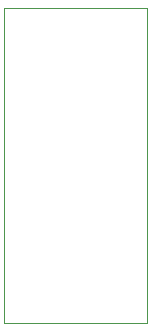
<source format=gbr>
%TF.GenerationSoftware,KiCad,Pcbnew,6.0.2+dfsg-1*%
%TF.CreationDate,2023-07-31T08:36:05-05:00*%
%TF.ProjectId,DrumPCB,4472756d-5043-4422-9e6b-696361645f70,rev?*%
%TF.SameCoordinates,Original*%
%TF.FileFunction,Profile,NP*%
%FSLAX46Y46*%
G04 Gerber Fmt 4.6, Leading zero omitted, Abs format (unit mm)*
G04 Created by KiCad (PCBNEW 6.0.2+dfsg-1) date 2023-07-31 08:36:05*
%MOMM*%
%LPD*%
G01*
G04 APERTURE LIST*
%TA.AperFunction,Profile*%
%ADD10C,0.100000*%
%TD*%
G04 APERTURE END LIST*
D10*
X127635000Y-82550000D02*
X139700000Y-82550000D01*
X139700000Y-82550000D02*
X139700000Y-109220000D01*
X139700000Y-109220000D02*
X127635000Y-109220000D01*
X127635000Y-109220000D02*
X127635000Y-82550000D01*
M02*

</source>
